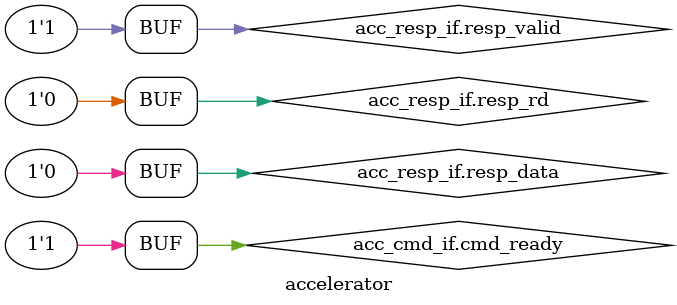
<source format=sv>
module accelerator (
    cmd.acc  acc_cmd_if,
    resp.acc acc_resp_if
);
//Sample accelerator
/*User can either implement their RoCC accelerators here or in a seperate module and replace accelerator module with that module in ariane.sv*/
assign acc_cmd_if.cmd_ready = 1'b1;
assign acc_resp_if.resp_data = 64'b0;
assign acc_resp_if.resp_valid = 1'b1;
assign acc_resp_if.resp_rd = 5'b0;
endmodule
</source>
